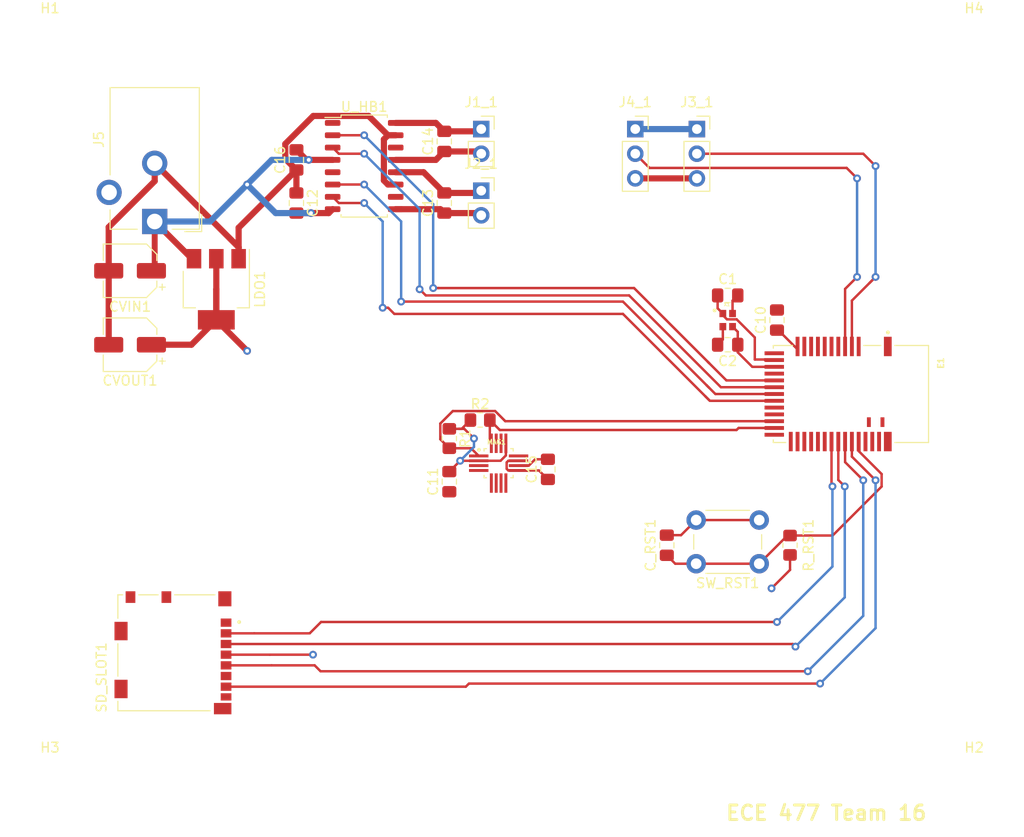
<source format=kicad_pcb>
(kicad_pcb (version 20211014) (generator pcbnew)
  (layers (0 "F.Cu" signal) (31 "B.Cu" signal) (34 "B.Paste" user) (35 "F.Paste" user) (36 "B.SilkS" user "B.Silkscreen") (37 "F.SilkS" user "F.Silkscreen") (38 "B.Mask" user) (39 "F.Mask" user) (44 "Edge.Cuts" user))
  (net 0 "")
  (net 1 "/XC1")
  (net 2 "GND")
  (net 3 "/XC2")
  (net 4 "+3V3")
  (net 5 "+6V")
  (net 6 "Net-(C13-Pad2)")
  (net 7 "Net-(C13-Pad1)")
  (net 8 "Net-(C14-Pad1)")
  (net 9 "Net-(C14-Pad2)")
  (net 10 "Net-(C15-Pad2)")
  (net 11 "/WSS1")
  (net 12 "/WSS2")
  (net 13 "/SCL")
  (net 16 "/SDA")
  (net 17 "/MOSI")
  (net 18 "/SCLK")
  (net 19 "/MISO")
  (net 20 "/CS")
  (net 21 "/INA")
  (net 22 "/SDCLK")
  (net 23 "/SWDIO")
  (net 24 "/INB")
  (net 25 "/INC")
  (net 26 "/IND")
  (net 34 "/MSCL")
  (footprint "Capacitor_SMD:C_0805_2012Metric_Pad1.18x1.45mm_HandSolder" (layer "F.Cu") (at 152.4 88.9)
    (fp_text reference "C1" (at 0 -1.68) (layer "F.SilkS"))
    (fp_text value "12pF")
    (pad "1" smd roundrect locked (at -1.0375 0) (size 1.175 1.45) (layers "F.Cu" "F.Paste" "F.Mask") (roundrect_rratio 0.212766) (net 1 "/XC1"))
    (pad "2" smd roundrect locked (at 1.0375 0) (size 1.175 1.45) (layers "F.Cu" "F.Paste" "F.Mask") (roundrect_rratio 0.212766) (net 2 "GND"))
  )
  (footprint "Capacitor_SMD:C_0805_2012Metric_Pad1.18x1.45mm_HandSolder" (layer "F.Cu") (at 123.71 108.095 90)
    (fp_text reference "C11" (at 0 -1.68 90) (layer "F.SilkS"))
    (fp_text value "1uF")
    (pad "1" smd roundrect locked (at -1.0375 0 90) (size 1.175 1.45) (layers "F.Cu" "F.Paste" "F.Mask") (roundrect_rratio 0.212766) (net 2 "GND"))
    (pad "2" smd roundrect locked (at 1.0375 0 90) (size 1.175 1.45) (layers "F.Cu" "F.Paste" "F.Mask") (roundrect_rratio 0.213) (net 4 "+3V3"))
  )
  (footprint "Capacitor_SMD:C_0805_2012Metric_Pad1.18x1.45mm_HandSolder" (layer "F.Cu") (at 107.95 79.375 -90)
    (fp_text reference "C12" (at 0 -1.68 90) (layer "F.SilkS"))
    (fp_text value "100uF")
    (pad "1" smd roundrect locked (at -1.0375 0 270) (size 1.175 1.45) (layers "F.Cu" "F.Paste" "F.Mask") (roundrect_rratio 0.212766) (net 2 "GND"))
    (pad "2" smd roundrect locked (at 1.0375 0 270) (size 1.175 1.45) (layers "F.Cu" "F.Paste" "F.Mask") (roundrect_rratio 0.212766) (net 5 "+6V"))
  )
  (footprint "Capacitor_SMD:C_0805_2012Metric_Pad1.18x1.45mm_HandSolder" (layer "F.Cu") (at 123.19 79.375 90)
    (fp_text reference "C13" (at 0 -1.68 90) (layer "F.SilkS"))
    (fp_text value ".1uF")
    (pad "1" smd roundrect locked (at -1.0375 0 90) (size 1.175 1.45) (layers "F.Cu" "F.Paste" "F.Mask") (roundrect_rratio 0.212766) (net 7 "Net-(C13-Pad1)"))
    (pad "2" smd roundrect locked (at 1.0375 0 90) (size 1.175 1.45) (layers "F.Cu" "F.Paste" "F.Mask") (roundrect_rratio 0.212766) (net 6 "Net-(C13-Pad2)"))
  )
  (footprint "Capacitor_SMD:C_0805_2012Metric_Pad1.18x1.45mm_HandSolder" (layer "F.Cu") (at 123.19 73.025 90)
    (fp_text reference "C14" (at 0 -1.68 90) (layer "F.SilkS"))
    (fp_text value ".1uF")
    (pad "1" smd roundrect locked (at -1.0375 0 90) (size 1.175 1.45) (layers "F.Cu" "F.Paste" "F.Mask") (roundrect_rratio 0.212766) (net 8 "Net-(C14-Pad1)"))
    (pad "2" smd roundrect locked (at 1.0375 0 90) (size 1.175 1.45) (layers "F.Cu" "F.Paste" "F.Mask") (roundrect_rratio 0.212766) (net 9 "Net-(C14-Pad2)"))
  )
  (footprint "Capacitor_SMD:C_0805_2012Metric_Pad1.18x1.45mm_HandSolder" (layer "F.Cu") (at 133.87 106.825 90)
    (fp_text reference "C15" (at 0 -1.68 90) (layer "F.SilkS"))
    (fp_text value "10uF")
    (pad "1" smd roundrect locked (at -1.0375 0 90) (size 1.175 1.45) (layers "F.Cu" "F.Paste" "F.Mask") (roundrect_rratio 0.212766) (net 2 "GND"))
    (pad "2" smd roundrect locked (at 1.0375 0 90) (size 1.175 1.45) (layers "F.Cu" "F.Paste" "F.Mask") (roundrect_rratio 0.212766) (net 10 "Net-(C15-Pad2)"))
  )
  (footprint "Capacitor_SMD:C_0805_2012Metric_Pad1.18x1.45mm_HandSolder" (layer "F.Cu") (at 107.95 74.93 90)
    (fp_text reference "C16" (at 0 -1.68 90) (layer "F.SilkS"))
    (fp_text value "100uF")
    (pad "1" smd roundrect locked (at -1.0375 0 90) (size 1.175 1.45) (layers "F.Cu" "F.Paste" "F.Mask") (roundrect_rratio 0.212766) (net 2 "GND"))
    (pad "2" smd roundrect locked (at 1.0375 0 90) (size 1.175 1.45) (layers "F.Cu" "F.Paste" "F.Mask") (roundrect_rratio 0.212766) (net 5 "+6V"))
  )
  (footprint "Capacitor_SMD:C_0805_2012Metric_Pad1.18x1.45mm_HandSolder" (layer "F.Cu") (at 146.125 114.645 90)
    (fp_text reference "C_RST1" (at 0 -1.68 90) (layer "F.SilkS"))
    (fp_text value "1uF")
    (pad "1" smd roundrect locked (at -1.0375 0 90) (size 1.175 1.45) (layers "F.Cu" "F.Paste" "F.Mask") (roundrect_rratio 0.212766) (net 34 "/MSCL"))
    (pad "2" smd roundrect locked (at 1.0375 0 90) (size 1.175 1.45) (layers "F.Cu" "F.Paste" "F.Mask") (roundrect_rratio 0.212766) (net 2 "GND"))
  )
  (footprint "Capacitor_SMD:CP_Elec_5x5.7" (layer "F.Cu") (at 90.805 86.36 180)
    (fp_text reference "CVIN1" (at 0 -3.7) (layer "F.SilkS"))
    (fp_text value "10uF")
    (pad "1" smd roundrect locked (at -2.2 0 180) (size 3 1.6) (layers "F.Cu" "F.Paste" "F.Mask") (roundrect_rratio 0.15625))
    (pad "2" smd roundrect locked (at 2.2 0 180) (size 3 1.6) (layers "F.Cu" "F.Paste" "F.Mask") (roundrect_rratio 0.15625) (net 2 "GND"))
  )
  (footprint "Capacitor_SMD:CP_Elec_5x5.7" (layer "F.Cu") (at 90.805 93.98 180)
    (fp_text reference "CVOUT1" (at 0 -3.7) (layer "F.SilkS"))
    (fp_text value "10uF")
    (pad "1" smd roundrect locked (at -2.2 0 180) (size 3 1.6) (layers "F.Cu" "F.Paste" "F.Mask") (roundrect_rratio 0.15625))
    (pad "2" smd roundrect locked (at 2.2 0 180) (size 3 1.6) (layers "F.Cu" "F.Paste" "F.Mask") (roundrect_rratio 0.15625) (net 2 "GND"))
  )
  (footprint "Connector_BarrelJack:BarrelJack_CUI_PJ-102AH_Horizontal" (layer "F.Cu") (at 93.345 81.28 180)
    (fp_text reference "J5" (at 5.75 8.45 90) (layer "F.SilkS"))
    (fp_text value "Barrel_Jack")
    (pad "1" thru_hole rect locked (at 0 0 180) (size 2.6 2.6) (drill 1.6) (layers *.Cu *.Mask) (net 5 "+6V"))
    (pad "2" thru_hole circle locked (at 0 6 180) (size 2.6 2.6) (drill 1.6) (layers *.Cu *.Mask) (net 2 "GND"))
    (pad "3" thru_hole circle locked (at 4.7 3 180) (size 2.6 2.6) (drill 1.6) (layers *.Cu *.Mask))
  )
  (footprint "Connector_PinSocket_2.54mm:PinSocket_1x02_P2.54mm_Vertical" (layer "F.Cu") (at 127 71.755)
    (fp_text reference "J1_1" (at 0 -2.77) (layer "F.SilkS"))
    (fp_text value "Conn_01x02_Female")
    (pad "1" thru_hole rect locked (at 0 0) (size 1.7 1.7) (drill 1) (layers *.Cu *.Mask) (net 9 "Net-(C14-Pad2)"))
    (pad "2" thru_hole oval locked (at 0 2.54) (size 1.7 1.7) (drill 1) (layers *.Cu *.Mask) (net 8 "Net-(C14-Pad1)"))
  )
  (footprint "Connector_PinSocket_2.54mm:PinSocket_1x02_P2.54mm_Vertical" (layer "F.Cu") (at 127 78.105)
    (fp_text reference "J2_1" (at 0 -2.77) (layer "F.SilkS"))
    (fp_text value "Conn_01x02_Female")
    (pad "1" thru_hole rect locked (at 0 0) (size 1.7 1.7) (drill 1) (layers *.Cu *.Mask) (net 6 "Net-(C13-Pad2)"))
    (pad "2" thru_hole oval locked (at 0 2.54) (size 1.7 1.7) (drill 1) (layers *.Cu *.Mask) (net 7 "Net-(C13-Pad1)"))
  )
  (footprint "Connector_PinSocket_2.54mm:PinSocket_1x03_P2.54mm_Vertical" (layer "F.Cu") (at 149.225 71.755)
    (fp_text reference "J3_1" (at 0 -2.77) (layer "F.SilkS"))
    (fp_text value "Conn_01x03_Female")
    (pad "1" thru_hole rect locked (at 0 0) (size 1.7 1.7) (drill 1) (layers *.Cu *.Mask) (net 4 "+3V3"))
    (pad "2" thru_hole oval locked (at 0 2.54) (size 1.7 1.7) (drill 1) (layers *.Cu *.Mask) (net 11 "/WSS1"))
    (pad "3" thru_hole oval locked (at 0 5.08) (size 1.7 1.7) (drill 1) (layers *.Cu *.Mask) (net 2 "GND"))
  )
  (footprint "Connector_PinSocket_2.54mm:PinSocket_1x03_P2.54mm_Vertical" (layer "F.Cu") (at 142.875 71.755)
    (fp_text reference "J4_1" (at 0 -2.77) (layer "F.SilkS"))
    (fp_text value "Conn_01x03_Female")
    (pad "1" thru_hole rect locked (at 0 0) (size 1.7 1.7) (drill 1) (layers *.Cu *.Mask) (net 4 "+3V3"))
    (pad "2" thru_hole oval locked (at 0 2.54) (size 1.7 1.7) (drill 1) (layers *.Cu *.Mask) (net 12 "/WSS2"))
    (pad "3" thru_hole oval locked (at 0 5.08) (size 1.7 1.7) (drill 1) (layers *.Cu *.Mask) (net 2 "GND"))
  )
  (footprint "Package_TO_SOT_SMD:SOT-223-3_TabPin2" (layer "F.Cu") (at 99.695 88.265 -90)
    (fp_text reference "LDO1" (at 0 -4.5 90) (layer "F.SilkS"))
    (fp_text value "NCP1117-3.3_SOT223")
    (pad "1" smd rect locked (at -3.15 -2.3 270) (size 2 1.5) (layers "F.Cu" "F.Paste" "F.Mask") (net 2 "GND"))
    (pad "2" smd rect locked (at -3.15 0 270) (size 2 1.5) (layers "F.Cu" "F.Paste" "F.Mask") (net 4 "+3V3"))
    (pad "2" smd rect locked (at 3.15 0 270) (size 2 3.8) (layers "F.Cu" "F.Paste" "F.Mask") (net 4 "+3V3"))
    (pad "3" smd rect locked (at -3.15 2.3 270) (size 2 1.5) (layers "F.Cu" "F.Paste" "F.Mask") (net 5 "+6V"))
  )
  (footprint "MMC5983MA:PQFN50P300X300X100-16N" (layer "F.Cu") (at 128.79 106.19)
    (fp_text reference "MAG1" (at -0.226 -2.1868) (layer "F.SilkS") (effects (font (size 0.48 0.48))))
    (fp_text value "MMC5983MA")
    (pad "1" smd rect locked (at -2.05 -0.75) (size 2 0.3) (layers "F.Cu" "F.Paste" "F.Mask") (net 13 "/SCL"))
    (pad "2" smd rect locked (at -2.05 -0.25) (size 2 0.3) (layers "F.Cu" "F.Paste" "F.Mask") (net 4 "+3V3"))
    (pad "3" smd rect locked (at -2.05 0.25) (size 2 0.3) (layers "F.Cu" "F.Paste" "F.Mask"))
    (pad "4" smd rect locked (at -2.05 0.75) (size 2 0.3) (layers "F.Cu" "F.Paste" "F.Mask"))
    (pad "5" smd rect locked (at -0.75 2.05) (size 0.3 2) (layers "F.Cu" "F.Paste" "F.Mask"))
    (pad "6" smd rect locked (at -0.25 2.05) (size 0.3 2) (layers "F.Cu" "F.Paste" "F.Mask"))
    (pad "7" smd rect locked (at 0.25 2.05) (size 0.3 2) (layers "F.Cu" "F.Paste" "F.Mask"))
    (pad "8" smd rect locked (at 0.75 2.05) (size 0.3 2) (layers "F.Cu" "F.Paste" "F.Mask"))
    (pad "9" smd rect locked (at 2.055 0.75) (size 2 0.3) (layers "F.Cu" "F.Paste" "F.Mask") (net 2 "GND"))
    (pad "10" smd rect locked (at 2.055 0.25) (size 2 0.3) (layers "F.Cu" "F.Paste" "F.Mask") (net 10 "Net-(C15-Pad2)"))
    (pad "11" smd rect locked (at 2.055 -0.25) (size 2 0.3) (layers "F.Cu" "F.Paste" "F.Mask") (net 2 "GND"))
    (pad "12" smd rect locked (at 2.055 -0.75) (size 2 0.3) (layers "F.Cu" "F.Paste" "F.Mask"))
    (pad "13" smd rect locked (at 0.75 -2.05) (size 0.3 2) (layers "F.Cu" "F.Paste" "F.Mask") (net 4 "+3V3"))
    (pad "14" smd rect locked (at 0.25 -2.05) (size 0.3 2) (layers "F.Cu" "F.Paste" "F.Mask"))
    (pad "15" smd rect locked (at -0.25 -2.05) (size 0.3 2) (layers "F.Cu" "F.Paste" "F.Mask"))
    (pad "16" smd rect locked (at -0.75 -2.05) (size 0.3 2) (layers "F.Cu" "F.Paste" "F.Mask") (net 16 "/SDA"))
  )
  (footprint "Resistor_SMD:R_0805_2012Metric_Pad1.20x1.40mm_HandSolder" (layer "F.Cu") (at 123.71 103.65 -90)
    (fp_text reference "R1" (at 0 -1.65 90) (layer "F.SilkS"))
    (fp_text value "2.7k")
    (pad "1" smd roundrect locked (at -1 0 270) (size 1.2 1.4) (layers "F.Cu" "F.Paste" "F.Mask") (roundrect_rratio 0.208333) (net 4 "+3V3"))
    (pad "2" smd roundrect locked (at 1 0 270) (size 1.2 1.4) (layers "F.Cu" "F.Paste" "F.Mask") (roundrect_rratio 0.208333) (net 13 "/SCL"))
  )
  (footprint "Resistor_SMD:R_0805_2012Metric_Pad1.20x1.40mm_HandSolder" (layer "F.Cu") (at 126.885 101.745)
    (fp_text reference "R2" (at 0 -1.65) (layer "F.SilkS"))
    (fp_text value "2.7k")
    (pad "1" smd roundrect locked (at -1 0) (size 1.2 1.4) (layers "F.Cu" "F.Paste" "F.Mask") (roundrect_rratio 0.208333) (net 4 "+3V3"))
    (pad "2" smd roundrect locked (at 1 0) (size 1.2 1.4) (layers "F.Cu" "F.Paste" "F.Mask") (roundrect_rratio 0.208333) (net 16 "/SDA"))
  )
  (footprint "Resistor_SMD:R_0805_2012Metric_Pad1.20x1.40mm_HandSolder" (layer "F.Cu") (at 158.825 114.645 90)
    (fp_text reference "R_RST1" (at 0 1.905 90) (layer "F.SilkS"))
    (fp_text value "10k")
    (pad "1" smd roundrect locked (at -1 0 90) (size 1.2 1.4) (layers "F.Cu" "F.Paste" "F.Mask") (roundrect_rratio 0.208333) (net 4 "+3V3"))
    (pad "2" smd roundrect locked (at 1 0 90) (size 1.2 1.4) (layers "F.Cu" "F.Paste" "F.Mask") (roundrect_rratio 0.208333) (net 34 "/MSCL"))
  )
  (footprint "104031-0811:MOLEX_104031-0811" (layer "F.Cu") (at 95.25 125.73 90)
    (fp_text reference "SD_SLOT1" (at -2.545225 -7.385735 90) (layer "F.SilkS") (effects (font (size 1.002071 1.002071))))
    (fp_text value "104031-0811")
    (pad "1" smd rect locked (at 3.105 5.45 90) (size 0.85 1.1) (layers "F.Cu" "F.Paste" "F.Mask"))
    (pad "2" smd rect locked (at 2.005 5.45 90) (size 0.85 1.1) (layers "F.Cu" "F.Paste" "F.Mask") (net 20 "/CS"))
    (pad "3" smd rect locked (at 0.905 5.45 90) (size 0.85 1.1) (layers "F.Cu" "F.Paste" "F.Mask") (net 17 "/MOSI"))
    (pad "4" smd rect locked (at -0.195 5.45 90) (size 0.85 1.1) (layers "F.Cu" "F.Paste" "F.Mask") (net 4 "+3V3"))
    (pad "5" smd rect locked (at -1.295 5.45 90) (size 0.85 1.1) (layers "F.Cu" "F.Paste" "F.Mask") (net 18 "/SCLK"))
    (pad "6" smd rect locked (at -2.395 5.45 90) (size 0.85 1.1) (layers "F.Cu" "F.Paste" "F.Mask") (net 2 "GND"))
    (pad "7" smd rect locked (at -3.495 5.45 90) (size 0.85 1.1) (layers "F.Cu" "F.Paste" "F.Mask") (net 19 "/MISO"))
    (pad "8" smd rect locked (at -4.545 5.45 90) (size 0.75 1.1) (layers "F.Cu" "F.Paste" "F.Mask"))
    (pad "9" smd rect locked (at 5.74 -0.7 90) (size 1.2 1) (layers "F.Cu" "F.Paste" "F.Mask"))
    (pad "10" smd rect locked (at 5.74 -4.4 90) (size 1.2 1) (layers "F.Cu" "F.Paste" "F.Mask"))
    (pad "G1" smd rect locked (at 5.565 5.325 90) (size 1.55 1.35) (layers "F.Cu" "F.Paste" "F.Mask") (net 2 "GND"))
    (pad "G2" smd rect locked (at -5.755 5.1 90) (size 1.17 1.8) (layers "F.Cu" "F.Paste" "F.Mask") (net 2 "GND"))
    (pad "G3" smd rect locked (at -3.73 -5.375 90) (size 1.9 1.35) (layers "F.Cu" "F.Paste" "F.Mask") (net 2 "GND"))
    (pad "G4" smd rect locked (at 2.24 -5.375 90) (size 1.9 1.35) (layers "F.Cu" "F.Paste" "F.Mask") (net 2 "GND"))
  )
  (footprint "Button_Switch_THT:SW_PUSH_6mm" (layer "F.Cu") (at 155.65 116.55 180)
    (fp_text reference "SW_RST1" (at 3.25 -2) (layer "F.SilkS"))
    (fp_text value "_")
    (pad "1" thru_hole circle locked (at 0 0 270) (size 2 2) (drill 1.1) (layers *.Cu *.Mask) (net 34 "/MSCL"))
    (pad "1" thru_hole circle locked (at 6.5 0 270) (size 2 2) (drill 1.1) (layers *.Cu *.Mask) (net 34 "/MSCL"))
    (pad "2" thru_hole circle locked (at 6.5 4.5 270) (size 2 2) (drill 1.1) (layers *.Cu *.Mask) (net 2 "GND"))
    (pad "2" thru_hole circle locked (at 0 4.5 270) (size 2 2) (drill 1.1) (layers *.Cu *.Mask) (net 2 "GND"))
  )
  (footprint "Package_SO:SOP-16_4.55x10.3mm_P1.27mm" (layer "F.Cu") (at 114.935 75.565)
    (fp_text reference "U_HB1" (at 0 -6.1) (layer "F.SilkS"))
    (fp_text value "YX1818BM")
    (pad "1" smd roundrect locked (at -3.25 -4.445) (size 1.6 0.6) (layers "F.Cu" "F.Paste" "F.Mask"))
    (pad "2" smd roundrect locked (at -3.25 -3.175) (size 1.6 0.6) (layers "F.Cu" "F.Paste" "F.Mask") (net 21 "/INA"))
    (pad "3" smd roundrect locked (at -3.25 -1.905) (size 1.6 0.6) (layers "F.Cu" "F.Paste" "F.Mask") (net 24 "/INB"))
    (pad "4" smd roundrect locked (at -3.25 -0.635) (size 1.6 0.6) (layers "F.Cu" "F.Paste" "F.Mask") (net 5 "+6V"))
    (pad "5" smd roundrect locked (at -3.25 0.635) (size 1.6 0.6) (layers "F.Cu" "F.Paste" "F.Mask"))
    (pad "6" smd roundrect locked (at -3.25 1.905) (size 1.6 0.6) (layers "F.Cu" "F.Paste" "F.Mask") (net 25 "/INC"))
    (pad "7" smd roundrect locked (at -3.25 3.175) (size 1.6 0.6) (layers "F.Cu" "F.Paste" "F.Mask") (net 26 "/IND"))
    (pad "8" smd roundrect locked (at -3.25 4.445) (size 1.6 0.6) (layers "F.Cu" "F.Paste" "F.Mask") (net 5 "+6V"))
    (pad "9" smd roundrect locked (at 3.25 4.445) (size 1.6 0.6) (layers "F.Cu" "F.Paste" "F.Mask") (net 7 "Net-(C13-Pad1)"))
    (pad "10" smd roundrect locked (at 3.25 3.175) (size 1.6 0.6) (layers "F.Cu" "F.Paste" "F.Mask"))
    (pad "11" smd roundrect locked (at 3.25 1.905) (size 1.6 0.6) (layers "F.Cu" "F.Paste" "F.Mask") (net 2 "GND"))
    (pad "12" smd roundrect locked (at 3.25 0.635) (size 1.6 0.6) (layers "F.Cu" "F.Paste" "F.Mask") (net 6 "Net-(C13-Pad2)"))
    (pad "13" smd roundrect locked (at 3.25 -0.635) (size 1.6 0.6) (layers "F.Cu" "F.Paste" "F.Mask") (net 8 "Net-(C14-Pad1)"))
    (pad "14" smd roundrect locked (at 3.25 -1.905) (size 1.6 0.6) (layers "F.Cu" "F.Paste" "F.Mask"))
    (pad "15" smd roundrect locked (at 3.25 -3.175) (size 1.6 0.6) (layers "F.Cu" "F.Paste" "F.Mask") (net 2 "GND"))
    (pad "16" smd roundrect locked (at 3.25 -4.445) (size 1.6 0.6) (layers "F.Cu" "F.Paste" "F.Mask") (net 9 "Net-(C14-Pad2)"))
  )
  (footprint "Hall Effect Footprint:OSC_XRCGB32M000FXH2CR0" (layer "F.Cu") (at 152.4 91.44)
    (fp_text reference "X1" (at -0.084 -1.6032) (layer "F.SilkS") (effects (font (size 0.32 0.32))))
    (fp_text value "32MHz")
    (pad "1" smd rect locked (at -0.5 -0.675) (size 0.7 0.75) (layers "F.Cu" "F.Paste" "F.Mask") (net 1 "/XC1"))
    (pad "2" smd rect locked (at -0.5 0.675) (size 0.7 0.75) (layers "F.Cu" "F.Paste" "F.Mask") (net 2 "GND"))
    (pad "3" smd rect locked (at 0.5 0.675) (size 0.7 0.75) (layers "F.Cu" "F.Paste" "F.Mask") (net 3 "/XC2"))
    (pad "4" smd rect locked (at 0.5 -0.675) (size 0.7 0.75) (layers "F.Cu" "F.Paste" "F.Mask") (net 2 "GND"))
  )
  (footprint "MountingHole:MountingHole_3.2mm_M3" (layer "F.Cu") (at 82.55 63.5)
    (fp_text reference "H1" (at 0 -4.2) (layer "F.SilkS"))
    (fp_text value "MountingHole")
    (pad "" np_thru_hole circle locked (at 0 0) (size 3.2 3.2) (drill 3.2) (layers *.Cu *.Mask))
  )
  (footprint "MountingHole:MountingHole_3.2mm_M3" (layer "F.Cu") (at 177.8 139.7)
    (fp_text reference "H2" (at 0 -4.2) (layer "F.SilkS"))
    (fp_text value "MountingHole")
    (pad "" np_thru_hole circle locked (at 0 0) (size 3.2 3.2) (drill 3.2) (layers *.Cu *.Mask))
  )
  (footprint "MountingHole:MountingHole_3.2mm_M3" (layer "F.Cu") (at 82.55 139.7)
    (fp_text reference "H3" (at 0 -4.2) (layer "F.SilkS"))
    (fp_text value "MountingHole")
    (pad "" np_thru_hole circle locked (at 0 0) (size 3.2 3.2) (drill 3.2) (layers *.Cu *.Mask))
  )
  (footprint "MountingHole:MountingHole_3.2mm_M3" (layer "F.Cu") (at 177.8 63.5)
    (fp_text reference "H4" (at 0 -4.2) (layer "F.SilkS"))
    (fp_text value "MountingHole")
    (pad "" np_thru_hole circle locked (at 0 0) (size 3.2 3.2) (drill 3.2) (layers *.Cu *.Mask))
  )
  (footprint "Capacitor_SMD:C_0805_2012Metric_Pad1.18x1.45mm_HandSolder" (layer "F.Cu") (at 157.48 91.44 90)
    (fp_text reference "C10" (at 0 -1.68 90) (layer "F.SilkS"))
    (fp_text value "1uF")
    (pad "1" smd roundrect (at -1.0375 0 90) (size 1.175 1.45) (layers "F.Cu" "F.Paste" "F.Mask") (roundrect_rratio 0.212766) (net 4 "+3V3"))
    (pad "2" smd roundrect (at 1.0375 0 90) (size 1.175 1.45) (layers "F.Cu" "F.Paste" "F.Mask") (roundrect_rratio 0.212766) (net 2 "GND"))
  )
  (footprint "MDBT42Q-512KV2:RAYTAC_MDBT42Q-512KV2" (layer "F.Cu") (at 165.1 99.06 -90)
    (fp_text reference "E1" (at -3.175 -9.271 90) (layer "F.SilkS") (effects (font (size 0.6 0.6))))
    (fp_text value "MDBT42Q-512KV2")
    (pad "1" smd rect (at -4.9 -3.8 270) (size 2 0.8) (layers "F.Cu" "F.Paste" "F.Mask") (net 2 "GND"))
    (pad "2" smd rect (at -4.9 -0.8 270) (size 2 0.4) (layers "F.Cu" "F.Paste" "F.Mask"))
    (pad "3" smd rect (at -4.9 -0.1 270) (size 2 0.4) (layers "F.Cu" "F.Paste" "F.Mask") (net 11 "/WSS1"))
    (pad "4" smd rect (at -4.9 0.6 270) (size 2 0.4) (layers "F.Cu" "F.Paste" "F.Mask") (net 12 "/WSS2"))
    (pad "5" smd rect (at -4.9 1.3 270) (size 2 0.4) (layers "F.Cu" "F.Paste" "F.Mask"))
    (pad "6" smd rect (at -4.9 2 270) (size 2 0.4) (layers "F.Cu" "F.Paste" "F.Mask"))
    (pad "7" smd rect (at -4.9 2.7 270) (size 2 0.4) (layers "F.Cu" "F.Paste" "F.Mask"))
    (pad "8" smd rect (at -4.9 3.4 270) (size 2 0.4) (layers "F.Cu" "F.Paste" "F.Mask"))
    (pad "9" smd rect (at -4.9 4.1 270) (size 2 0.4) (layers "F.Cu" "F.Paste" "F.Mask"))
    (pad "10" smd rect (at -4.9 4.8 270) (size 2 0.4) (layers "F.Cu" "F.Paste" "F.Mask"))
    (pad "11" smd rect (at -4.9 5.5 270) (size 2 0.4) (layers "F.Cu" "F.Paste" "F.Mask") (net 4 "+3V3"))
    (pad "12" smd rect locked (at -4.2 7.9) (size 2 0.4) (layers "F.Cu" "F.Paste" "F.Mask") (net 2 "GND"))
    (pad "13" smd rect (at -3.5 7.9 180) (size 2 0.4) (layers "F.Cu" "F.Paste" "F.Mask") (net 1 "/XC1"))
    (pad "14" smd rect (at -2.8 7.9) (size 2 0.4) (layers "F.Cu" "F.Paste" "F.Mask") (net 3 "/XC2"))
    (pad "15" smd rect (at -2.1 7.9) (size 2 0.4) (layers "F.Cu" "F.Paste" "F.Mask"))
    (pad "16" smd rect (at -1.4 7.9) (size 2 0.4) (layers "F.Cu" "F.Paste" "F.Mask") (net 21 "/INA"))
    (pad "17" smd rect (at -0.7 7.9) (size 2 0.4) (layers "F.Cu" "F.Paste" "F.Mask") (net 24 "/INB"))
    (pad "18" smd rect (at 0 7.9) (size 2 0.4) (layers "F.Cu" "F.Paste" "F.Mask") (net 25 "/INC"))
    (pad "19" smd rect (at 0.7 7.9) (size 2 0.4) (layers "F.Cu" "F.Paste" "F.Mask") (net 26 "/IND"))
    (pad "20" smd rect (at 1.4 7.9) (size 2 0.4) (layers "F.Cu" "F.Paste" "F.Mask"))
    (pad "21" smd rect (at 2.1 7.9) (size 2 0.4) (layers "F.Cu" "F.Paste" "F.Mask"))
    (pad "22" smd rect (at 2.8 7.9) (size 2 0.4) (layers "F.Cu" "F.Paste" "F.Mask") (net 13 "/SCL"))
    (pad "23" smd rect (at 3.5 7.9) (size 2 0.4) (layers "F.Cu" "F.Paste" "F.Mask") (net 16 "/SDA"))
    (pad "24" smd rect (at 4.2 7.9) (size 2 0.4) (layers "F.Cu" "F.Paste" "F.Mask") (net 2 "GND"))
    (pad "25" smd rect (at 4.9 6.2 90) (size 2 0.4) (layers "F.Cu" "F.Paste" "F.Mask"))
    (pad "26" smd rect (at 4.9 5.5 90) (size 2 0.4) (layers "F.Cu" "F.Paste" "F.Mask"))
    (pad "27" smd rect (at 4.9 4.8 90) (size 2 0.4) (layers "F.Cu" "F.Paste" "F.Mask"))
    (pad "28" smd rect (at 4.9 4.1 90) (size 2 0.4) (layers "F.Cu" "F.Paste" "F.Mask"))
    (pad "29" smd rect (at 4.9 3.4 90) (size 2 0.4) (layers "F.Cu" "F.Paste" "F.Mask"))
    (pad "30" smd rect (at 4.9 2.7 90) (size 2 0.4) (layers "F.Cu" "F.Paste" "F.Mask"))
    (pad "31" smd rect (at 4.9 2 90) (size 2 0.4) (layers "F.Cu" "F.Paste" "F.Mask") (net 20 "/CS"))
    (pad "32" smd rect (at 4.9 1.3 90) (size 2 0.4) (layers "F.Cu" "F.Paste" "F.Mask") (net 17 "/MOSI"))
    (pad "33" smd rect (at 4.9 0.6 90) (size 2 0.4) (layers "F.Cu" "F.Paste" "F.Mask") (net 18 "/SCLK"))
    (pad "34" smd rect (at 4.9 -0.1 90) (size 2 0.4) (layers "F.Cu" "F.Paste" "F.Mask") (net 19 "/MISO"))
    (pad "35" smd rect (at 4.9 -0.8 90) (size 2 0.4) (layers "F.Cu" "F.Paste" "F.Mask") (net 34 "/MSCL"))
    (pad "36" smd rect (at 4.9 -1.5 90) (size 2 0.4) (layers "F.Cu" "F.Paste" "F.Mask") (net 22 "/SDCLK"))
    (pad "37" smd rect (at 4.9 -2.2 90) (size 2 0.4) (layers "F.Cu" "F.Paste" "F.Mask") (net 23 "/SWDIO"))
    (pad "38" smd rect (at 4.9 -2.9 90) (size 2 0.4) (layers "F.Cu" "F.Paste" "F.Mask"))
    (pad "39" smd rect (at 4.9 -3.8 90) (size 2 0.8) (layers "F.Cu" "F.Paste" "F.Mask") (net 2 "GND"))
    (pad "40" smd rect locked (at 2.9 -3.25 90) (size 1 0.4) (layers "F.Cu" "F.Paste" "F.Mask"))
    (pad "41" smd rect locked (at 2.9 -1.85 90) (size 1 0.4) (layers "F.Cu" "F.Paste" "F.Mask"))
  )
  (footprint "Capacitor_SMD:C_0805_2012Metric_Pad1.18x1.45mm_HandSolder" (layer "F.Cu") (at 152.4 93.98 180)
    (fp_text reference "C2" (at 0 -1.68) (layer "F.SilkS"))
    (fp_text value "12pF")
    (pad "1" smd roundrect (at -1.0375 0 180) (size 1.175 1.45) (layers "F.Cu" "F.Paste" "F.Mask") (roundrect_rratio 0.212766) (net 3 "/XC2"))
    (pad "2" smd roundrect (at 1.0375 0 180) (size 1.175 1.45) (layers "F.Cu" "F.Paste" "F.Mask") (roundrect_rratio 0.212766) (net 2 "GND"))
  )
  (gr_text "ECE 477 Team 16\n" (at 162.56 142.24) (layer "F.SilkS") (effects (font (size 1.5 1.5) (thickness 0.3))))
  (segment (start 152.325 91.365) (end 151.9 90.94) (width 0.25) (layer "F.Cu") (net 1))
  (segment (start 153.325 91.365) (end 152.325 91.365) (width 0.25) (layer "F.Cu") (net 1))
  (segment (start 157.2 95.56) (end 156.25 95.56) (width 0.25) (layer "F.Cu") (net 1))
  (segment (start 151.3625 88.9) (end 151.3625 90.2275) (width 0.25) (layer "F.Cu") (net 1))
  (segment (start 151.9 90.94) (end 151.9 90.765) (width 0.25) (layer "F.Cu") (net 1))
  (segment (start 156.25 95.56) (end 156.194 95.504) (width 0.25) (layer "F.Cu") (net 1))
  (segment (start 155.194 93.234) (end 153.325 91.365) (width 0.25) (layer "F.Cu") (net 1))
  (segment (start 156.194 95.504) (end 155.194 95.504) (width 0.25) (layer "F.Cu") (net 1))
  (segment (start 151.3625 90.2275) (end 151.9 90.765) (width 0.25) (layer "F.Cu") (net 1))
  (segment (start 155.194 95.504) (end 155.194 93.234) (width 0.25) (layer "F.Cu") (net 1))
  (segment (start 146.125 113.6075) (end 147.5925 113.6075) (width 0.25) (layer "F.Cu") (net 2))
  (segment (start 152.9 90.765) (end 152.9 90.940978) (width 0.25) (layer "F.Cu") (net 2))
  (segment (start 151.9 91.940978) (end 151.9 92.115) (width 0.25) (layer "F.Cu") (net 2))
  (segment (start 106.80749 73.278506) (end 109.683506 70.40249) (width 0.635) (layer "F.Cu") (net 2))
  (segment (start 106.80749 74.82499) (end 106.80749 73.278506) (width 0.635) (layer "F.Cu") (net 2))
  (segment (start 88.605 86.36) (end 88.605 93.98) (width 0.635) (layer "F.Cu") (net 2))
  (segment (start 109.683506 70.40249) (end 115.39749 70.40249) (width 0.635) (layer "F.Cu") (net 2))
  (segment (start 117.385 77.47) (end 118.185 77.47) (width 0.635) (layer "F.Cu") (net 2))
  (segment (start 129.619999 106.770001) (end 129.789998 106.94) (width 0.25) (layer "F.Cu") (net 2))
  (segment (start 116.96749 72.80751) (end 116.96749 77.05249) (width 0.635) (layer "F.Cu") (net 2))
  (segment (start 129.619999 106.109999) (end 129.619999 106.770001) (width 0.25) (layer "F.Cu") (net 2))
  (segment (start 101.995 83.93) (end 93.345 75.28) (width 0.635) (layer "F.Cu") (net 2))
  (segment (start 152.9 90.765) (end 152.9 89.4375) (width 0.25) (layer "F.Cu") (net 2))
  (segment (start 88.605 81.858477) (end 88.605 86.36) (width 0.635) (layer "F.Cu") (net 2))
  (segment (start 107.95 75.9675) (end 101.995 81.9225) (width 0.635) (layer "F.Cu") (net 2))
  (segment (start 132.9475 106.94) (end 133.87 107.8625) (width 0.25) (layer "F.Cu") (net 2))
  (segment (start 117.385 72.39) (end 118.185 72.39) (width 0.635) (layer "F.Cu") (net 2))
  (segment (start 107.95 75.9675) (end 106.80749 74.82499) (width 0.635) (layer "F.Cu") (net 2))
  (segment (start 147.5925 113.6075) (end 149.15 112.05) (width 0.25) (layer "F.Cu") (net 2))
  (segment (start 149.15 112.05) (end 155.65 112.05) (width 0.25) (layer "F.Cu") (net 2))
  (segment (start 93.345 75.28) (end 93.345 77.118477) (width 0.635) (layer "F.Cu") (net 2))
  (segment (start 151.9 92.115) (end 151.9 93.4425) (width 0.25) (layer "F.Cu") (net 2))
  (segment (start 115.39749 70.40249) (end 117.385 72.39) (width 0.635) (layer "F.Cu") (net 2))
  (segment (start 116.96749 77.05249) (end 117.385 77.47) (width 0.635) (layer "F.Cu") (net 2))
  (segment (start 149.225 76.835) (end 142.875 76.835) (width 0.635) (layer "F.Cu") (net 2))
  (segment (start 93.345 77.118477) (end 88.605 81.858477) (width 0.635) (layer "F.Cu") (net 2))
  (segment (start 101.995 85.115) (end 101.995 83.93) (width 0.635) (layer "F.Cu") (net 2))
  (segment (start 129.789998 105.94) (end 129.619999 106.109999) (width 0.25) (layer "F.Cu") (net 2))
  (segment (start 129.789998 106.94) (end 130.845 106.94) (width 0.25) (layer "F.Cu") (net 2))
  (segment (start 151.9 93.4425) (end 151.3625 93.98) (width 0.25) (layer "F.Cu") (net 2))
  (segment (start 107.95 75.9675) (end 107.95 78.3375) (width 0.635) (layer "F.Cu") (net 2))
  (segment (start 152.9 89.4375) (end 153.4375 88.9) (width 0.25) (layer "F.Cu") (net 2))
  (segment (start 130.845 106.94) (end 132.9475 106.94) (width 0.25) (layer "F.Cu") (net 2))
  (segment (start 130.845 105.94) (end 129.789998 105.94) (width 0.25) (layer "F.Cu") (net 2))
  (segment (start 101.995 81.9225) (end 101.995 85.115) (width 0.635) (layer "F.Cu") (net 2))
  (segment (start 117.385 72.39) (end 116.96749 72.80751) (width 0.635) (layer "F.Cu") (net 2))
  (segment (start 153.4375 92.6525) (end 152.9 92.115) (width 0.25) (layer "F.Cu") (net 3))
  (segment (start 157.2 96.26) (end 154.934 96.26) (width 0.25) (layer "F.Cu") (net 3))
  (segment (start 154.934 96.26) (end 153.4375 94.7635) (width 0.25) (layer "F.Cu") (net 3))
  (segment (start 153.4375 94.7635) (end 153.4375 93.98) (width 0.25) (layer "F.Cu") (net 3))
  (segment (start 153.4375 93.98) (end 153.4375 92.6525) (width 0.25) (layer "F.Cu") (net 3))
  (segment (start 102.87 94.615) (end 102.87 94.615) (width 0.635) (layer "F.Cu") (net 4))
  (segment (start 109.66 125.925) (end 109.66 125.925) (width 0.25) (layer "F.Cu") (net 4))
  (segment (start 126.25 103.65) (end 126.25 103.65) (width 0.254) (layer "F.Cu") (net 4))
  (segment (start 124.8275 105.94) (end 126.74 105.94) (width 0.25) (layer "F.Cu") (net 4))
  (segment (start 129.54 105.39) (end 128.99 105.94) (width 0.25) (layer "F.Cu") (net 4))
  (segment (start 99.695 91.44) (end 102.87 94.615) (width 0.635) (layer "F.Cu") (net 4))
  (segment (start 99.695 85.115) (end 99.695 88.265) (width 0.635) (layer "F.Cu") (net 4))
  (segment (start 124.8275 105.94) (end 124.8275 105.94) (width 0.25) (layer "F.Cu") (net 4))
  (segment (start 123.71 107.0575) (end 124.8275 105.94) (width 0.25) (layer "F.Cu") (net 4))
  (segment (start 100.7 125.925) (end 105.215 125.925) (width 0.25) (layer "F.Cu") (net 4))
  (segment (start 99.695 88.265) (end 99.695 91.44) (width 0.635) (layer "F.Cu") (net 4))
  (segment (start 124.71 102.65) (end 124.98 102.65) (width 0.25) (layer "F.Cu") (net 4))
  (segment (start 123.71 102.65) (end 124.71 102.65) (width 0.25) (layer "F.Cu") (net 4))
  (segment (start 159.6 94.46) (end 157.6175 92.4775) (width 0.25) (layer "F.Cu") (net 4))
  (segment (start 156.92 119.09) (end 158.825 117.185) (width 0.25) (layer "F.Cu") (net 4))
  (segment (start 99.695 88.265) (end 99.695 91.415) (width 0.635) (layer "F.Cu") (net 4))
  (segment (start 93.005 93.98) (end 97.13 93.98) (width 0.635) (layer "F.Cu") (net 4))
  (segment (start 125.25 102.65) (end 126.25 103.65) (width 0.254) (layer "F.Cu") (net 4))
  (segment (start 157.6175 92.4775) (end 157.48 92.4775) (width 0.25) (layer "F.Cu") (net 4))
  (segment (start 97.13 93.98) (end 99.695 91.415) (width 0.635) (layer "F.Cu") (net 4))
  (segment (start 129.54 104.14) (end 129.54 105.39) (width 0.25) (layer "F.Cu") (net 4))
  (segment (start 105.215 125.925) (end 109.66 125.925) (width 0.25) (layer "F.Cu") (net 4))
  (segment (start 128.99 105.94) (end 126.74 105.94) (width 0.25) (layer "F.Cu") (net 4))
  (segment (start 124.71 102.65) (end 125.25 102.65) (width 0.254) (layer "F.Cu") (net 4))
  (segment (start 124.98 102.65) (end 125.885 101.745) (width 0.25) (layer "F.Cu") (net 4))
  (segment (start 158.825 115.645) (end 158.825 117.185) (width 0.25) (layer "F.Cu") (net 4))
  (via (at 124.8275 105.94) (size 0.8) (drill 0.4) (layers "F.Cu" "B.Cu") (net 4))
  (via (at 156.92 119.09) (size 0.8) (drill 0.4) (layers "F.Cu" "B.Cu") (net 4))
  (via (at 109.66 125.925) (size 0.8) (drill 0.4) (layers "F.Cu" "B.Cu") (net 4))
  (via (at 126.25 103.65) (size 0.8) (drill 0.4) (layers "F.Cu" "B.Cu") (net 4))
  (via (at 102.87 94.615) (size 0.8) (drill 0.4) (layers "F.Cu" "B.Cu") (net 4))
  (segment (start 126.25 103.65) (end 126.25 104.5175) (width 0.25) (layer "B.Cu") (net 4))
  (segment (start 126.25 104.5175) (end 124.8275 105.94) (width 0.25) (layer "B.Cu") (net 4))
  (segment (start 149.225 71.755) (end 142.875 71.755) (width 0.635) (layer "B.Cu") (net 4))
  (segment (start 109.4525 80.4125) (end 111.2825 80.4125) (width 0.635) (layer "F.Cu") (net 5))
  (segment (start 109.22 74.93) (end 111.685 74.93) (width 0.635) (layer "F.Cu") (net 5))
  (segment (start 93.345 81.28) (end 93.345 86.02) (width 0.6096) (layer "F.Cu") (net 5))
  (segment (start 111.2825 80.4125) (end 111.685 80.01) (width 0.635) (layer "F.Cu") (net 5))
  (segment (start 97.395 85.115) (end 97.18 85.115) (width 0.635) (layer "F.Cu") (net 5))
  (segment (start 107.95 80.4125) (end 109.4525 80.4125) (width 0.635) (layer "F.Cu") (net 5))
  (segment (start 107.95 73.8925) (end 108.9875 74.93) (width 0.635) (layer "F.Cu") (net 5))
  (segment (start 108.9875 74.93) (end 109.22 74.93) (width 0.635) (layer "F.Cu") (net 5))
  (segment (start 93.345 86.02) (end 93.005 86.36) (width 0.6096) (layer "F.Cu") (net 5))
  (segment (start 97.18 85.115) (end 93.345 81.28) (width 0.635) (layer "F.Cu") (net 5))
  (via (at 102.87 77.47) (size 0.8) (drill 0.4) (layers "F.Cu" "B.Cu") (net 5))
  (via (at 109.4525 80.4125) (size 0.8) (drill 0.4) (layers "F.Cu" "B.Cu") (net 5))
  (via (at 109.22 74.93) (size 0.8) (drill 0.4) (layers "F.Cu" "B.Cu") (net 5))
  (segment (start 102.87 77.47) (end 102.87 77.47) (width 0.635) (layer "B.Cu") (net 5))
  (segment (start 105.41 74.93) (end 102.87 77.47) (width 0.635) (layer "B.Cu") (net 5))
  (segment (start 93.345 81.28) (end 99.06 81.28) (width 0.635) (layer "B.Cu") (net 5))
  (segment (start 99.06 81.28) (end 102.87 77.47) (width 0.635) (layer "B.Cu") (net 5))
  (segment (start 105.8125 80.4125) (end 102.87 77.47) (width 0.635) (layer "B.Cu") (net 5))
  (segment (start 109.4525 80.4125) (end 105.8125 80.4125) (width 0.635) (layer "B.Cu") (net 5))
  (segment (start 109.22 74.93) (end 105.41 74.93) (width 0.635) (layer "B.Cu") (net 5))
  (segment (start 123.19 78.3375) (end 126.7675 78.3375) (width 0.635) (layer "F.Cu") (net 6))
  (segment (start 126.7675 78.3375) (end 127 78.105) (width 0.635) (layer "F.Cu") (net 6))
  (segment (start 121.0525 76.2) (end 123.19 78.3375) (width 0.635) (layer "F.Cu") (net 6))
  (segment (start 118.185 76.2) (end 121.0525 76.2) (width 0.635) (layer "F.Cu") (net 6))
  (segment (start 118.185 80.01) (end 122.7875 80.01) (width 0.635) (layer "F.Cu") (net 7))
  (segment (start 123.19 80.4125) (end 126.7675 80.4125) (width 0.635) (layer "F.Cu") (net 7))
  (segment (start 126.7675 80.4125) (end 127 80.645) (width 0.635) (layer "F.Cu") (net 7))
  (segment (start 122.7875 80.01) (end 123.19 80.4125) (width 0.635) (layer "F.Cu") (net 7))
  (segment (start 123.19 74.0625) (end 126.7675 74.0625) (width 0.635) (layer "F.Cu") (net 8))
  (segment (start 122.3225 74.93) (end 118.185 74.93) (width 0.635) (layer "F.Cu") (net 8))
  (segment (start 126.7675 74.0625) (end 127 74.295) (width 0.635) (layer "F.Cu") (net 8))
  (segment (start 123.19 74.0625) (end 122.3225 74.93) (width 0.635) (layer "F.Cu") (net 8))
  (segment (start 122.3225 71.12) (end 123.19 71.9875) (width 0.635) (layer "F.Cu") (net 9))
  (segment (start 123.19 71.9875) (end 126.7675 71.9875) (width 0.635) (layer "F.Cu") (net 9))
  (segment (start 118.185 71.12) (end 122.3225 71.12) (width 0.635) (layer "F.Cu") (net 9))
  (segment (start 126.7675 71.9875) (end 127 71.755) (width 0.635) (layer "F.Cu") (net 9))
  (segment (start 130.845 106.44) (end 131.900002 106.44) (width 0.25) (layer "F.Cu") (net 10))
  (segment (start 131.900002 106.44) (end 132.552502 105.7875) (width 0.25) (layer "F.Cu") (net 10))
  (segment (start 132.552502 105.7875) (end 133.87 105.7875) (width 0.25) (layer "F.Cu") (net 10))
  (segment (start 167.64 86.995) (end 167.64 86.995) (width 0.25) (layer "F.Cu") (net 11))
  (segment (start 167.64 75.565) (end 167.64 75.565) (width 0.254) (layer "F.Cu") (net 11))
  (segment (start 167.005 87.63) (end 167.64 86.995) (width 0.25) (layer "F.Cu") (net 11))
  (segment (start 149.225 74.295) (end 166.37 74.295) (width 0.254) (layer "F.Cu") (net 11))
  (segment (start 165.2 89.435) (end 167.64 86.995) (width 0.25) (layer "F.Cu") (net 11))
  (segment (start 166.37 74.295) (end 167.64 75.565) (width 0.254) (layer "F.Cu") (net 11))
  (segment (start 165.2 94.16) (end 165.2 89.435) (width 0.25) (layer "F.Cu") (net 11))
  (via (at 167.64 86.995) (size 0.8) (drill 0.4) (layers "F.Cu" "B.Cu") (net 11))
  (via (at 167.64 75.565) (size 0.8) (drill 0.4) (layers "F.Cu" "B.Cu") (net 11))
  (segment (start 167.64 75.565) (end 167.64 86.995) (width 0.254) (layer "B.Cu") (net 11))
  (segment (start 165.735 86.995) (end 165.735 86.995) (width 0.25) (layer "F.Cu") (net 12))
  (segment (start 165.735 76.835) (end 165.735 76.835) (width 0.254) (layer "F.Cu") (net 12))
  (segment (start 142.875 74.295) (end 144.337999 75.757999) (width 0.254) (layer "F.Cu") (net 12))
  (segment (start 164.5 88.23) (end 165.735 86.995) (width 0.25) (layer "F.Cu") (net 12))
  (segment (start 164.657999 75.757999) (end 165.735 76.835) (width 0.254) (layer "F.Cu") (net 12))
  (segment (start 164.5 94.16) (end 164.5 88.23) (width 0.25) (layer "F.Cu") (net 12))
  (segment (start 144.337999 75.757999) (end 164.657999 75.757999) (width 0.254) (layer "F.Cu") (net 12))
  (via (at 165.735 76.835) (size 0.8) (drill 0.4) (layers "F.Cu" "B.Cu") (net 12))
  (via (at 165.735 86.995) (size 0.8) (drill 0.4) (layers "F.Cu" "B.Cu") (net 12))
  (segment (start 165.735 76.835) (end 165.735 86.995) (width 0.254) (layer "B.Cu") (net 12))
  (segment (start 129.474596 101.86) (end 129.359596 101.745) (width 0.25) (layer "F.Cu") (net 13))
  (segment (start 123.71 104.65) (end 125.95 104.65) (width 0.25) (layer "F.Cu") (net 13))
  (segment (start 122.78299 103.72299) (end 123.71 104.65) (width 0.254) (layer "F.Cu") (net 13))
  (segment (start 157.2 101.86) (end 129.474596 101.86) (width 0.25) (layer "F.Cu") (net 13))
  (segment (start 124.067414 100.81799) (end 122.78299 102.102414) (width 0.254) (layer "F.Cu") (net 13))
  (segment (start 129.359596 101.745) (end 128.432586 100.81799) (width 0.254) (layer "F.Cu") (net 13))
  (segment (start 122.78299 102.102414) (end 122.78299 103.72299) (width 0.254) (layer "F.Cu") (net 13))
  (segment (start 128.432586 100.81799) (end 124.067414 100.81799) (width 0.254) (layer "F.Cu") (net 13))
  (segment (start 125.95 104.65) (end 126.74 105.44) (width 0.25) (layer "F.Cu") (net 13))
  (segment (start 157.2 102.56) (end 153.521998 102.56) (width 0.254) (layer "F.Cu") (net 16))
  (segment (start 153.313999 102.767999) (end 128.907999 102.767999) (width 0.254) (layer "F.Cu") (net 16))
  (segment (start 128.907999 102.767999) (end 127.885 101.745) (width 0.254) (layer "F.Cu") (net 16))
  (segment (start 127.885 101.745) (end 127.885 103.985) (width 0.25) (layer "F.Cu") (net 16))
  (segment (start 127.885 103.985) (end 128.04 104.14) (width 0.25) (layer "F.Cu") (net 16))
  (segment (start 153.521998 102.56) (end 153.313999 102.767999) (width 0.254) (layer "F.Cu") (net 16))
  (segment (start 164.465 108.585) (end 164.465 108.585) (width 0.25) (layer "F.Cu") (net 17))
  (segment (start 159.115 124.825) (end 159.385 125.095) (width 0.25) (layer "F.Cu") (net 17))
  (segment (start 163.8 107.92) (end 164.465 108.585) (width 0.25) (layer "F.Cu") (net 17))
  (segment (start 163.8 103.96) (end 163.8 107.92) (width 0.25) (layer "F.Cu") (net 17))
  (segment (start 100.7 124.825) (end 159.115 124.825) (width 0.25) (layer "F.Cu") (net 17))
  (via (at 164.465 108.585) (size 0.8) (drill 0.4) (layers "F.Cu" "B.Cu") (net 17))
  (via (at 159.385 125.095) (size 0.8) (drill 0.4) (layers "F.Cu" "B.Cu") (net 17))
  (segment (start 159.385 125.095) (end 159.385 125.095) (width 0.25) (layer "B.Cu") (net 17))
  (segment (start 164.465 120.015) (end 159.385 125.095) (width 0.25) (layer "B.Cu") (net 17))
  (segment (start 164.465 108.585) (end 164.465 120.015) (width 0.25) (layer "B.Cu") (net 17))
  (segment (start 166.37 107.95) (end 166.37 107.95) (width 0.25) (layer "F.Cu") (net 18))
  (segment (start 160.655 127.635) (end 110.44 127.635) (width 0.25) (layer "F.Cu") (net 18))
  (segment (start 164.5 106.08) (end 166.37 107.95) (width 0.25) (layer "F.Cu") (net 18))
  (segment (start 164.5 103.96) (end 164.5 106.08) (width 0.25) (layer "F.Cu") (net 18))
  (segment (start 110.44 127.635) (end 109.83 127.025) (width 0.25) (layer "F.Cu") (net 18))
  (segment (start 100.7 127.025) (end 105.385 127.025) (width 0.25) (layer "F.Cu") (net 18))
  (segment (start 105.385 127.025) (end 109.83 127.025) (width 0.25) (layer "F.Cu") (net 18))
  (via (at 166.37 107.95) (size 0.8) (drill 0.4) (layers "F.Cu" "B.Cu") (net 18))
  (via (at 160.655 127.635) (size 0.8) (drill 0.4) (layers "F.Cu" "B.Cu") (net 18))
  (segment (start 160.655 127.635) (end 160.655 127.635) (width 0.25) (layer "B.Cu") (net 18))
  (segment (start 166.37 107.95) (end 166.37 121.92) (width 0.25) (layer "B.Cu") (net 18))
  (segment (start 166.37 121.92) (end 160.655 127.635) (width 0.25) (layer "B.Cu") (net 18))
  (segment (start 167.64 107.95) (end 167.64 107.95) (width 0.25) (layer "F.Cu") (net 19))
  (segment (start 100.7 129.225) (end 125.41 129.225) (width 0.25) (layer "F.Cu") (net 19))
  (segment (start 165.2 105.51) (end 167.64 107.95) (width 0.25) (layer "F.Cu") (net 19))
  (segment (start 125.73 128.905) (end 161.925 128.905) (width 0.25) (layer "F.Cu") (net 19))
  (segment (start 125.41 129.225) (end 125.73 128.905) (width 0.25) (layer "F.Cu") (net 19))
  (segment (start 165.2 103.96) (end 165.2 105.51) (width 0.25) (layer "F.Cu") (net 19))
  (via (at 161.925 128.905) (size 0.8) (drill 0.4) (layers "F.Cu" "B.Cu") (net 19))
  (via (at 167.64 107.95) (size 0.8) (drill 0.4) (layers "F.Cu" "B.Cu") (net 19))
  (segment (start 161.925 128.905) (end 161.925 128.905) (width 0.25) (layer "B.Cu") (net 19))
  (segment (start 167.64 123.19) (end 161.925 128.905) (width 0.25) (layer "B.Cu") (net 19))
  (segment (start 167.64 107.95) (end 167.64 123.19) (width 0.25) (layer "B.Cu") (net 19))
  (segment (start 163.195 108.585) (end 163.195 108.585) (width 0.25) (layer "F.Cu") (net 20))
  (segment (start 110.49 122.555) (end 109.32 123.725) (width 0.25) (layer "F.Cu") (net 20))
  (segment (start 163.1 103.96) (end 163.1 108.49) (width 0.25) (layer "F.Cu") (net 20))
  (segment (start 157.48 122.555) (end 110.49 122.555) (width 0.25) (layer "F.Cu") (net 20))
  (segment (start 163.1 108.49) (end 163.195 108.585) (width 0.25) (layer "F.Cu") (net 20))
  (segment (start 103.605 123.725) (end 109.32 123.725) (width 0.25) (layer "F.Cu") (net 20))
  (segment (start 100.7 123.725) (end 103.605 123.725) (width 0.25) (layer "F.Cu") (net 20))
  (via (at 163.195 108.585) (size 0.8) (drill 0.4) (layers "F.Cu" "B.Cu") (net 20))
  (via (at 157.48 122.555) (size 0.8) (drill 0.4) (layers "F.Cu" "B.Cu") (net 20))
  (segment (start 157.48 122.555) (end 157.48 122.555) (width 0.25) (layer "B.Cu") (net 20))
  (segment (start 163.195 108.585) (end 163.195 116.84) (width 0.25) (layer "B.Cu") (net 20))
  (segment (start 163.195 116.84) (end 157.48 122.555) (width 0.25) (layer "B.Cu") (net 20))
  (segment (start 122.610135 88.140552) (end 122.04445 88.140552) (width 0.254) (layer "F.Cu") (net 21))
  (segment (start 150.495 95.885) (end 150.368 95.758) (width 0.254) (layer "F.Cu") (net 21))
  (segment (start 150.368 95.758) (end 142.750552 88.140552) (width 0.254) (layer "F.Cu") (net 21))
  (segment (start 157.2 97.66) (end 152.27 97.66) (width 0.25) (layer "F.Cu") (net 21))
  (segment (start 114.935 72.39) (end 111.685 72.39) (width 0.25) (layer "F.Cu") (net 21))
  (segment (start 152.27 97.66) (end 150.368 95.758) (width 0.25) (layer "F.Cu") (net 21))
  (segment (start 142.750552 88.140552) (end 122.610135 88.140552) (width 0.254) (layer "F.Cu") (net 21))
  (via (at 114.935 72.39) (size 0.8) (drill 0.4) (layers "F.Cu" "B.Cu") (net 21))
  (via (at 122.04445 88.140552) (size 0.8) (drill 0.4) (layers "F.Cu" "B.Cu") (net 21))
  (segment (start 114.935 72.39) (end 114.935 72.39) (width 0.25) (layer "B.Cu") (net 21))
  (segment (start 122.04445 79.49945) (end 122.04445 88.140552) (width 0.25) (layer "B.Cu") (net 21))
  (segment (start 114.935 72.39) (end 122.04445 79.49945) (width 0.25) (layer "B.Cu") (net 21))
  (segment (start 157.2 98.36) (end 151.7 98.36) (width 0.25) (layer "F.Cu") (net 24))
  (segment (start 114.935 74.295) (end 112.32 74.295) (width 0.25) (layer "F.Cu") (net 24))
  (segment (start 112.32 74.295) (end 111.685 73.66) (width 0.25) (layer "F.Cu") (net 24))
  (segment (start 142.24 88.9) (end 121.285 88.9) (width 0.25) (layer "F.Cu") (net 24))
  (segment (start 151.7 98.36) (end 142.24 88.9) (width 0.25) (layer "F.Cu") (net 24))
  (segment (start 121.285 88.9) (end 120.65 88.265) (width 0.25) (layer "F.Cu") (net 24))
  (via (at 120.65 88.265) (size 0.8) (drill 0.4) (layers "F.Cu" "B.Cu") (net 24))
  (via (at 114.935 74.295) (size 0.8) (drill 0.4) (layers "F.Cu" "B.Cu") (net 24))
  (segment (start 114.935 74.295) (end 114.935 74.295) (width 0.25) (layer "B.Cu") (net 24))
  (segment (start 120.65 80.01) (end 120.65 88.265) (width 0.25) (layer "B.Cu") (net 24))
  (segment (start 114.935 74.295) (end 120.65 80.01) (width 0.25) (layer "B.Cu") (net 24))
  (segment (start 150.241 98.171) (end 141.605 89.535) (width 0.25) (layer "F.Cu") (net 25))
  (segment (start 150.495 98.425) (end 150.241 98.171) (width 0.25) (layer "F.Cu") (net 25))
  (segment (start 141.605 89.535) (end 118.745002 89.535) (width 0.25) (layer "F.Cu") (net 25))
  (segment (start 157.2 99.06) (end 151.13 99.06) (width 0.25) (layer "F.Cu") (net 25))
  (segment (start 114.935 77.47) (end 111.685 77.47) (width 0.25) (layer "F.Cu") (net 25))
  (segment (start 151.13 99.06) (end 150.241 98.171) (width 0.25) (layer "F.Cu") (net 25))
  (via (at 118.745002 89.535) (size 0.8) (drill 0.4) (layers "F.Cu" "B.Cu") (net 25))
  (via (at 114.935 77.47) (size 0.8) (drill 0.4) (layers "F.Cu" "B.Cu") (net 25))
  (segment (start 114.935 77.47) (end 114.935 77.47) (width 0.25) (layer "B.Cu") (net 25))
  (segment (start 114.935 77.47) (end 118.745002 81.280002) (width 0.25) (layer "B.Cu") (net 25))
  (segment (start 118.745002 81.280002) (end 118.745002 89.535) (width 0.25) (layer "B.Cu") (net 25))
  (segment (start 118.040689 90.805) (end 117.405685 90.169996) (width 0.25) (layer "F.Cu") (net 26))
  (segment (start 141.605 90.805) (end 118.040689 90.805) (width 0.25) (layer "F.Cu") (net 26))
  (segment (start 150.56 99.76) (end 150.114 99.314) (width 0.25) (layer "F.Cu") (net 26))
  (segment (start 150.114 99.314) (end 141.605 90.805) (width 0.25) (layer "F.Cu") (net 26))
  (segment (start 112.32 79.375) (end 111.685 78.74) (width 0.25) (layer "F.Cu") (net 26))
  (segment (start 117.405685 90.169996) (end 116.84 90.169996) (width 0.25) (layer "F.Cu") (net 26))
  (segment (start 157.2 99.76) (end 150.56 99.76) (width 0.25) (layer "F.Cu") (net 26))
  (segment (start 150.463501 99.663501) (end 150.114 99.314) (width 0.25) (layer "F.Cu") (net 26))
  (segment (start 114.935 79.375) (end 112.32 79.375) (width 0.25) (layer "F.Cu") (net 26))
  (via (at 116.84 90.169996) (size 0.8) (drill 0.4) (layers "F.Cu" "B.Cu") (net 26))
  (via (at 114.935 79.375) (size 0.8) (drill 0.4) (layers "F.Cu" "B.Cu") (net 26))
  (segment (start 114.935 79.375) (end 114.935 79.375) (width 0.25) (layer "B.Cu") (net 26))
  (segment (start 114.935 79.375) (end 116.84 81.28) (width 0.25) (layer "B.Cu") (net 26))
  (segment (start 116.84 81.28) (end 116.84 90.169996) (width 0.25) (layer "B.Cu") (net 26))
  (segment (start 158.825 113.645) (end 159.095 113.915) (width 0.25) (layer "F.Cu") (net 34))
  (segment (start 155.65 116.55) (end 158.555 113.645) (width 0.25) (layer "F.Cu") (net 34))
  (segment (start 146.9925 116.55) (end 146.125 115.6825) (width 0.25) (layer "F.Cu") (net 34))
  (segment (start 163.215 113.645) (end 158.825 113.645) (width 0.25) (layer "F.Cu") (net 34))
  (segment (start 168.265 107.305) (end 168.265 108.595) (width 0.25) (layer "F.Cu") (net 34))
  (segment (start 165.9 103.96) (end 165.9 104.94) (width 0.25) (layer "F.Cu") (net 34))
  (segment (start 165.9 104.94) (end 168.265 107.305) (width 0.25) (layer "F.Cu") (net 34))
  (segment (start 168.265 108.595) (end 163.215 113.645) (width 0.25) (layer "F.Cu") (net 34))
  (segment (start 149.15 116.55) (end 155.65 116.55) (width 0.25) (layer "F.Cu") (net 34))
  (segment (start 149.15 116.55) (end 146.9925 116.55) (width 0.25) (layer "F.Cu") (net 34))
)
</source>
